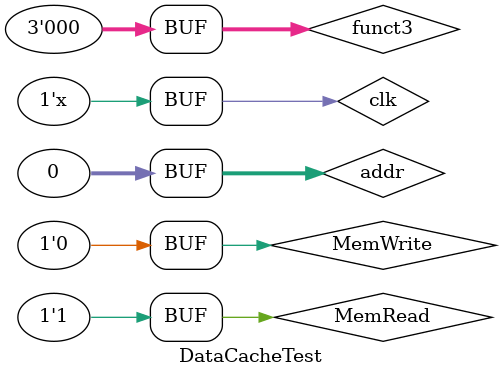
<source format=v>
module DataCacheTest();
    reg clk, MemRead, MemWrite;
    reg [31:0] addr, WriteData;
    reg [2:0] funct3;

    wire [31:0] output_data;

    DataCache test (clk, addr, MemWrite, MemRead, WriteData, funct3, output_data);

    initial begin
        clk <= 0; addr <= 32'h00000000; MemWrite <= 1'b0; MemRead <= 1'b1; funct3 <= 3'b000;

    end

    always #5 clk <= !clk;

    initial begin
        $monitor ("time = %t, output_data = %h", $time, output_data);
    end


endmodule
</source>
